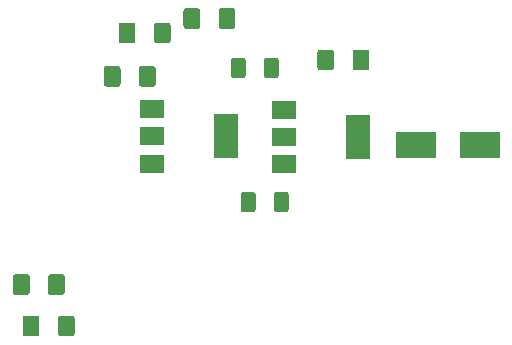
<source format=gbr>
%TF.GenerationSoftware,KiCad,Pcbnew,5.1.5-52549c5~84~ubuntu18.04.1*%
%TF.CreationDate,2020-01-27T10:34:20+01:00*%
%TF.ProjectId,sboxnet-modul,73626f78-6e65-4742-9d6d-6f64756c2e6b,rev?*%
%TF.SameCoordinates,Original*%
%TF.FileFunction,Paste,Bot*%
%TF.FilePolarity,Positive*%
%FSLAX46Y46*%
G04 Gerber Fmt 4.6, Leading zero omitted, Abs format (unit mm)*
G04 Created by KiCad (PCBNEW 5.1.5-52549c5~84~ubuntu18.04.1) date 2020-01-27 10:34:20*
%MOMM*%
%LPD*%
G04 APERTURE LIST*
%ADD10C,0.100000*%
%ADD11R,3.500000X2.300000*%
%ADD12R,2.000000X1.500000*%
%ADD13R,2.000000X3.800000*%
G04 APERTURE END LIST*
D10*
G36*
X122802304Y-75834204D02*
G01*
X122826573Y-75837804D01*
X122850371Y-75843765D01*
X122873471Y-75852030D01*
X122895649Y-75862520D01*
X122916693Y-75875133D01*
X122936398Y-75889747D01*
X122954577Y-75906223D01*
X122971053Y-75924402D01*
X122985667Y-75944107D01*
X122998280Y-75965151D01*
X123008770Y-75987329D01*
X123017035Y-76010429D01*
X123022996Y-76034227D01*
X123026596Y-76058496D01*
X123027800Y-76083000D01*
X123027800Y-77333000D01*
X123026596Y-77357504D01*
X123022996Y-77381773D01*
X123017035Y-77405571D01*
X123008770Y-77428671D01*
X122998280Y-77450849D01*
X122985667Y-77471893D01*
X122971053Y-77491598D01*
X122954577Y-77509777D01*
X122936398Y-77526253D01*
X122916693Y-77540867D01*
X122895649Y-77553480D01*
X122873471Y-77563970D01*
X122850371Y-77572235D01*
X122826573Y-77578196D01*
X122802304Y-77581796D01*
X122777800Y-77583000D01*
X121852800Y-77583000D01*
X121828296Y-77581796D01*
X121804027Y-77578196D01*
X121780229Y-77572235D01*
X121757129Y-77563970D01*
X121734951Y-77553480D01*
X121713907Y-77540867D01*
X121694202Y-77526253D01*
X121676023Y-77509777D01*
X121659547Y-77491598D01*
X121644933Y-77471893D01*
X121632320Y-77450849D01*
X121621830Y-77428671D01*
X121613565Y-77405571D01*
X121607604Y-77381773D01*
X121604004Y-77357504D01*
X121602800Y-77333000D01*
X121602800Y-76083000D01*
X121604004Y-76058496D01*
X121607604Y-76034227D01*
X121613565Y-76010429D01*
X121621830Y-75987329D01*
X121632320Y-75965151D01*
X121644933Y-75944107D01*
X121659547Y-75924402D01*
X121676023Y-75906223D01*
X121694202Y-75889747D01*
X121713907Y-75875133D01*
X121734951Y-75862520D01*
X121757129Y-75852030D01*
X121780229Y-75843765D01*
X121804027Y-75837804D01*
X121828296Y-75834204D01*
X121852800Y-75833000D01*
X122777800Y-75833000D01*
X122802304Y-75834204D01*
G37*
G36*
X119827304Y-75834204D02*
G01*
X119851573Y-75837804D01*
X119875371Y-75843765D01*
X119898471Y-75852030D01*
X119920649Y-75862520D01*
X119941693Y-75875133D01*
X119961398Y-75889747D01*
X119979577Y-75906223D01*
X119996053Y-75924402D01*
X120010667Y-75944107D01*
X120023280Y-75965151D01*
X120033770Y-75987329D01*
X120042035Y-76010429D01*
X120047996Y-76034227D01*
X120051596Y-76058496D01*
X120052800Y-76083000D01*
X120052800Y-77333000D01*
X120051596Y-77357504D01*
X120047996Y-77381773D01*
X120042035Y-77405571D01*
X120033770Y-77428671D01*
X120023280Y-77450849D01*
X120010667Y-77471893D01*
X119996053Y-77491598D01*
X119979577Y-77509777D01*
X119961398Y-77526253D01*
X119941693Y-77540867D01*
X119920649Y-77553480D01*
X119898471Y-77563970D01*
X119875371Y-77572235D01*
X119851573Y-77578196D01*
X119827304Y-77581796D01*
X119802800Y-77583000D01*
X118877800Y-77583000D01*
X118853296Y-77581796D01*
X118829027Y-77578196D01*
X118805229Y-77572235D01*
X118782129Y-77563970D01*
X118759951Y-77553480D01*
X118738907Y-77540867D01*
X118719202Y-77526253D01*
X118701023Y-77509777D01*
X118684547Y-77491598D01*
X118669933Y-77471893D01*
X118657320Y-77450849D01*
X118646830Y-77428671D01*
X118638565Y-77405571D01*
X118632604Y-77381773D01*
X118629004Y-77357504D01*
X118627800Y-77333000D01*
X118627800Y-76083000D01*
X118629004Y-76058496D01*
X118632604Y-76034227D01*
X118638565Y-76010429D01*
X118646830Y-75987329D01*
X118657320Y-75965151D01*
X118669933Y-75944107D01*
X118684547Y-75924402D01*
X118701023Y-75906223D01*
X118719202Y-75889747D01*
X118738907Y-75875133D01*
X118759951Y-75862520D01*
X118782129Y-75852030D01*
X118805229Y-75843765D01*
X118829027Y-75837804D01*
X118853296Y-75834204D01*
X118877800Y-75833000D01*
X119802800Y-75833000D01*
X119827304Y-75834204D01*
G37*
D11*
X150450000Y-82490000D03*
X145050000Y-82490000D03*
D12*
X133857600Y-84113400D03*
X133857600Y-79513400D03*
X133857600Y-81813400D03*
D13*
X140157600Y-81813400D03*
D12*
X122707000Y-84088000D03*
X122707000Y-79488000D03*
X122707000Y-81788000D03*
D13*
X129007000Y-81788000D03*
D10*
G36*
X140898204Y-74437204D02*
G01*
X140922473Y-74440804D01*
X140946271Y-74446765D01*
X140969371Y-74455030D01*
X140991549Y-74465520D01*
X141012593Y-74478133D01*
X141032298Y-74492747D01*
X141050477Y-74509223D01*
X141066953Y-74527402D01*
X141081567Y-74547107D01*
X141094180Y-74568151D01*
X141104670Y-74590329D01*
X141112935Y-74613429D01*
X141118896Y-74637227D01*
X141122496Y-74661496D01*
X141123700Y-74686000D01*
X141123700Y-75936000D01*
X141122496Y-75960504D01*
X141118896Y-75984773D01*
X141112935Y-76008571D01*
X141104670Y-76031671D01*
X141094180Y-76053849D01*
X141081567Y-76074893D01*
X141066953Y-76094598D01*
X141050477Y-76112777D01*
X141032298Y-76129253D01*
X141012593Y-76143867D01*
X140991549Y-76156480D01*
X140969371Y-76166970D01*
X140946271Y-76175235D01*
X140922473Y-76181196D01*
X140898204Y-76184796D01*
X140873700Y-76186000D01*
X139948700Y-76186000D01*
X139924196Y-76184796D01*
X139899927Y-76181196D01*
X139876129Y-76175235D01*
X139853029Y-76166970D01*
X139830851Y-76156480D01*
X139809807Y-76143867D01*
X139790102Y-76129253D01*
X139771923Y-76112777D01*
X139755447Y-76094598D01*
X139740833Y-76074893D01*
X139728220Y-76053849D01*
X139717730Y-76031671D01*
X139709465Y-76008571D01*
X139703504Y-75984773D01*
X139699904Y-75960504D01*
X139698700Y-75936000D01*
X139698700Y-74686000D01*
X139699904Y-74661496D01*
X139703504Y-74637227D01*
X139709465Y-74613429D01*
X139717730Y-74590329D01*
X139728220Y-74568151D01*
X139740833Y-74547107D01*
X139755447Y-74527402D01*
X139771923Y-74509223D01*
X139790102Y-74492747D01*
X139809807Y-74478133D01*
X139830851Y-74465520D01*
X139853029Y-74455030D01*
X139876129Y-74446765D01*
X139899927Y-74440804D01*
X139924196Y-74437204D01*
X139948700Y-74436000D01*
X140873700Y-74436000D01*
X140898204Y-74437204D01*
G37*
G36*
X137923204Y-74437204D02*
G01*
X137947473Y-74440804D01*
X137971271Y-74446765D01*
X137994371Y-74455030D01*
X138016549Y-74465520D01*
X138037593Y-74478133D01*
X138057298Y-74492747D01*
X138075477Y-74509223D01*
X138091953Y-74527402D01*
X138106567Y-74547107D01*
X138119180Y-74568151D01*
X138129670Y-74590329D01*
X138137935Y-74613429D01*
X138143896Y-74637227D01*
X138147496Y-74661496D01*
X138148700Y-74686000D01*
X138148700Y-75936000D01*
X138147496Y-75960504D01*
X138143896Y-75984773D01*
X138137935Y-76008571D01*
X138129670Y-76031671D01*
X138119180Y-76053849D01*
X138106567Y-76074893D01*
X138091953Y-76094598D01*
X138075477Y-76112777D01*
X138057298Y-76129253D01*
X138037593Y-76143867D01*
X138016549Y-76156480D01*
X137994371Y-76166970D01*
X137971271Y-76175235D01*
X137947473Y-76181196D01*
X137923204Y-76184796D01*
X137898700Y-76186000D01*
X136973700Y-76186000D01*
X136949196Y-76184796D01*
X136924927Y-76181196D01*
X136901129Y-76175235D01*
X136878029Y-76166970D01*
X136855851Y-76156480D01*
X136834807Y-76143867D01*
X136815102Y-76129253D01*
X136796923Y-76112777D01*
X136780447Y-76094598D01*
X136765833Y-76074893D01*
X136753220Y-76053849D01*
X136742730Y-76031671D01*
X136734465Y-76008571D01*
X136728504Y-75984773D01*
X136724904Y-75960504D01*
X136723700Y-75936000D01*
X136723700Y-74686000D01*
X136724904Y-74661496D01*
X136728504Y-74637227D01*
X136734465Y-74613429D01*
X136742730Y-74590329D01*
X136753220Y-74568151D01*
X136765833Y-74547107D01*
X136780447Y-74527402D01*
X136796923Y-74509223D01*
X136815102Y-74492747D01*
X136834807Y-74478133D01*
X136855851Y-74465520D01*
X136878029Y-74455030D01*
X136901129Y-74446765D01*
X136924927Y-74440804D01*
X136949196Y-74437204D01*
X136973700Y-74436000D01*
X137898700Y-74436000D01*
X137923204Y-74437204D01*
G37*
G36*
X121086204Y-72151204D02*
G01*
X121110473Y-72154804D01*
X121134271Y-72160765D01*
X121157371Y-72169030D01*
X121179549Y-72179520D01*
X121200593Y-72192133D01*
X121220298Y-72206747D01*
X121238477Y-72223223D01*
X121254953Y-72241402D01*
X121269567Y-72261107D01*
X121282180Y-72282151D01*
X121292670Y-72304329D01*
X121300935Y-72327429D01*
X121306896Y-72351227D01*
X121310496Y-72375496D01*
X121311700Y-72400000D01*
X121311700Y-73650000D01*
X121310496Y-73674504D01*
X121306896Y-73698773D01*
X121300935Y-73722571D01*
X121292670Y-73745671D01*
X121282180Y-73767849D01*
X121269567Y-73788893D01*
X121254953Y-73808598D01*
X121238477Y-73826777D01*
X121220298Y-73843253D01*
X121200593Y-73857867D01*
X121179549Y-73870480D01*
X121157371Y-73880970D01*
X121134271Y-73889235D01*
X121110473Y-73895196D01*
X121086204Y-73898796D01*
X121061700Y-73900000D01*
X120136700Y-73900000D01*
X120112196Y-73898796D01*
X120087927Y-73895196D01*
X120064129Y-73889235D01*
X120041029Y-73880970D01*
X120018851Y-73870480D01*
X119997807Y-73857867D01*
X119978102Y-73843253D01*
X119959923Y-73826777D01*
X119943447Y-73808598D01*
X119928833Y-73788893D01*
X119916220Y-73767849D01*
X119905730Y-73745671D01*
X119897465Y-73722571D01*
X119891504Y-73698773D01*
X119887904Y-73674504D01*
X119886700Y-73650000D01*
X119886700Y-72400000D01*
X119887904Y-72375496D01*
X119891504Y-72351227D01*
X119897465Y-72327429D01*
X119905730Y-72304329D01*
X119916220Y-72282151D01*
X119928833Y-72261107D01*
X119943447Y-72241402D01*
X119959923Y-72223223D01*
X119978102Y-72206747D01*
X119997807Y-72192133D01*
X120018851Y-72179520D01*
X120041029Y-72169030D01*
X120064129Y-72160765D01*
X120087927Y-72154804D01*
X120112196Y-72151204D01*
X120136700Y-72150000D01*
X121061700Y-72150000D01*
X121086204Y-72151204D01*
G37*
G36*
X124061204Y-72151204D02*
G01*
X124085473Y-72154804D01*
X124109271Y-72160765D01*
X124132371Y-72169030D01*
X124154549Y-72179520D01*
X124175593Y-72192133D01*
X124195298Y-72206747D01*
X124213477Y-72223223D01*
X124229953Y-72241402D01*
X124244567Y-72261107D01*
X124257180Y-72282151D01*
X124267670Y-72304329D01*
X124275935Y-72327429D01*
X124281896Y-72351227D01*
X124285496Y-72375496D01*
X124286700Y-72400000D01*
X124286700Y-73650000D01*
X124285496Y-73674504D01*
X124281896Y-73698773D01*
X124275935Y-73722571D01*
X124267670Y-73745671D01*
X124257180Y-73767849D01*
X124244567Y-73788893D01*
X124229953Y-73808598D01*
X124213477Y-73826777D01*
X124195298Y-73843253D01*
X124175593Y-73857867D01*
X124154549Y-73870480D01*
X124132371Y-73880970D01*
X124109271Y-73889235D01*
X124085473Y-73895196D01*
X124061204Y-73898796D01*
X124036700Y-73900000D01*
X123111700Y-73900000D01*
X123087196Y-73898796D01*
X123062927Y-73895196D01*
X123039129Y-73889235D01*
X123016029Y-73880970D01*
X122993851Y-73870480D01*
X122972807Y-73857867D01*
X122953102Y-73843253D01*
X122934923Y-73826777D01*
X122918447Y-73808598D01*
X122903833Y-73788893D01*
X122891220Y-73767849D01*
X122880730Y-73745671D01*
X122872465Y-73722571D01*
X122866504Y-73698773D01*
X122862904Y-73674504D01*
X122861700Y-73650000D01*
X122861700Y-72400000D01*
X122862904Y-72375496D01*
X122866504Y-72351227D01*
X122872465Y-72327429D01*
X122880730Y-72304329D01*
X122891220Y-72282151D01*
X122903833Y-72261107D01*
X122918447Y-72241402D01*
X122934923Y-72223223D01*
X122953102Y-72206747D01*
X122972807Y-72192133D01*
X122993851Y-72179520D01*
X123016029Y-72169030D01*
X123039129Y-72160765D01*
X123062927Y-72154804D01*
X123087196Y-72151204D01*
X123111700Y-72150000D01*
X124036700Y-72150000D01*
X124061204Y-72151204D01*
G37*
G36*
X115931604Y-96954304D02*
G01*
X115955873Y-96957904D01*
X115979671Y-96963865D01*
X116002771Y-96972130D01*
X116024949Y-96982620D01*
X116045993Y-96995233D01*
X116065698Y-97009847D01*
X116083877Y-97026323D01*
X116100353Y-97044502D01*
X116114967Y-97064207D01*
X116127580Y-97085251D01*
X116138070Y-97107429D01*
X116146335Y-97130529D01*
X116152296Y-97154327D01*
X116155896Y-97178596D01*
X116157100Y-97203100D01*
X116157100Y-98453100D01*
X116155896Y-98477604D01*
X116152296Y-98501873D01*
X116146335Y-98525671D01*
X116138070Y-98548771D01*
X116127580Y-98570949D01*
X116114967Y-98591993D01*
X116100353Y-98611698D01*
X116083877Y-98629877D01*
X116065698Y-98646353D01*
X116045993Y-98660967D01*
X116024949Y-98673580D01*
X116002771Y-98684070D01*
X115979671Y-98692335D01*
X115955873Y-98698296D01*
X115931604Y-98701896D01*
X115907100Y-98703100D01*
X114982100Y-98703100D01*
X114957596Y-98701896D01*
X114933327Y-98698296D01*
X114909529Y-98692335D01*
X114886429Y-98684070D01*
X114864251Y-98673580D01*
X114843207Y-98660967D01*
X114823502Y-98646353D01*
X114805323Y-98629877D01*
X114788847Y-98611698D01*
X114774233Y-98591993D01*
X114761620Y-98570949D01*
X114751130Y-98548771D01*
X114742865Y-98525671D01*
X114736904Y-98501873D01*
X114733304Y-98477604D01*
X114732100Y-98453100D01*
X114732100Y-97203100D01*
X114733304Y-97178596D01*
X114736904Y-97154327D01*
X114742865Y-97130529D01*
X114751130Y-97107429D01*
X114761620Y-97085251D01*
X114774233Y-97064207D01*
X114788847Y-97044502D01*
X114805323Y-97026323D01*
X114823502Y-97009847D01*
X114843207Y-96995233D01*
X114864251Y-96982620D01*
X114886429Y-96972130D01*
X114909529Y-96963865D01*
X114933327Y-96957904D01*
X114957596Y-96954304D01*
X114982100Y-96953100D01*
X115907100Y-96953100D01*
X115931604Y-96954304D01*
G37*
G36*
X112956604Y-96954304D02*
G01*
X112980873Y-96957904D01*
X113004671Y-96963865D01*
X113027771Y-96972130D01*
X113049949Y-96982620D01*
X113070993Y-96995233D01*
X113090698Y-97009847D01*
X113108877Y-97026323D01*
X113125353Y-97044502D01*
X113139967Y-97064207D01*
X113152580Y-97085251D01*
X113163070Y-97107429D01*
X113171335Y-97130529D01*
X113177296Y-97154327D01*
X113180896Y-97178596D01*
X113182100Y-97203100D01*
X113182100Y-98453100D01*
X113180896Y-98477604D01*
X113177296Y-98501873D01*
X113171335Y-98525671D01*
X113163070Y-98548771D01*
X113152580Y-98570949D01*
X113139967Y-98591993D01*
X113125353Y-98611698D01*
X113108877Y-98629877D01*
X113090698Y-98646353D01*
X113070993Y-98660967D01*
X113049949Y-98673580D01*
X113027771Y-98684070D01*
X113004671Y-98692335D01*
X112980873Y-98698296D01*
X112956604Y-98701896D01*
X112932100Y-98703100D01*
X112007100Y-98703100D01*
X111982596Y-98701896D01*
X111958327Y-98698296D01*
X111934529Y-98692335D01*
X111911429Y-98684070D01*
X111889251Y-98673580D01*
X111868207Y-98660967D01*
X111848502Y-98646353D01*
X111830323Y-98629877D01*
X111813847Y-98611698D01*
X111799233Y-98591993D01*
X111786620Y-98570949D01*
X111776130Y-98548771D01*
X111767865Y-98525671D01*
X111761904Y-98501873D01*
X111758304Y-98477604D01*
X111757100Y-98453100D01*
X111757100Y-97203100D01*
X111758304Y-97178596D01*
X111761904Y-97154327D01*
X111767865Y-97130529D01*
X111776130Y-97107429D01*
X111786620Y-97085251D01*
X111799233Y-97064207D01*
X111813847Y-97044502D01*
X111830323Y-97026323D01*
X111848502Y-97009847D01*
X111868207Y-96995233D01*
X111889251Y-96982620D01*
X111911429Y-96972130D01*
X111934529Y-96963865D01*
X111958327Y-96957904D01*
X111982596Y-96954304D01*
X112007100Y-96953100D01*
X112932100Y-96953100D01*
X112956604Y-96954304D01*
G37*
G36*
X115106104Y-93461804D02*
G01*
X115130373Y-93465404D01*
X115154171Y-93471365D01*
X115177271Y-93479630D01*
X115199449Y-93490120D01*
X115220493Y-93502733D01*
X115240198Y-93517347D01*
X115258377Y-93533823D01*
X115274853Y-93552002D01*
X115289467Y-93571707D01*
X115302080Y-93592751D01*
X115312570Y-93614929D01*
X115320835Y-93638029D01*
X115326796Y-93661827D01*
X115330396Y-93686096D01*
X115331600Y-93710600D01*
X115331600Y-94960600D01*
X115330396Y-94985104D01*
X115326796Y-95009373D01*
X115320835Y-95033171D01*
X115312570Y-95056271D01*
X115302080Y-95078449D01*
X115289467Y-95099493D01*
X115274853Y-95119198D01*
X115258377Y-95137377D01*
X115240198Y-95153853D01*
X115220493Y-95168467D01*
X115199449Y-95181080D01*
X115177271Y-95191570D01*
X115154171Y-95199835D01*
X115130373Y-95205796D01*
X115106104Y-95209396D01*
X115081600Y-95210600D01*
X114156600Y-95210600D01*
X114132096Y-95209396D01*
X114107827Y-95205796D01*
X114084029Y-95199835D01*
X114060929Y-95191570D01*
X114038751Y-95181080D01*
X114017707Y-95168467D01*
X113998002Y-95153853D01*
X113979823Y-95137377D01*
X113963347Y-95119198D01*
X113948733Y-95099493D01*
X113936120Y-95078449D01*
X113925630Y-95056271D01*
X113917365Y-95033171D01*
X113911404Y-95009373D01*
X113907804Y-94985104D01*
X113906600Y-94960600D01*
X113906600Y-93710600D01*
X113907804Y-93686096D01*
X113911404Y-93661827D01*
X113917365Y-93638029D01*
X113925630Y-93614929D01*
X113936120Y-93592751D01*
X113948733Y-93571707D01*
X113963347Y-93552002D01*
X113979823Y-93533823D01*
X113998002Y-93517347D01*
X114017707Y-93502733D01*
X114038751Y-93490120D01*
X114060929Y-93479630D01*
X114084029Y-93471365D01*
X114107827Y-93465404D01*
X114132096Y-93461804D01*
X114156600Y-93460600D01*
X115081600Y-93460600D01*
X115106104Y-93461804D01*
G37*
G36*
X112131104Y-93461804D02*
G01*
X112155373Y-93465404D01*
X112179171Y-93471365D01*
X112202271Y-93479630D01*
X112224449Y-93490120D01*
X112245493Y-93502733D01*
X112265198Y-93517347D01*
X112283377Y-93533823D01*
X112299853Y-93552002D01*
X112314467Y-93571707D01*
X112327080Y-93592751D01*
X112337570Y-93614929D01*
X112345835Y-93638029D01*
X112351796Y-93661827D01*
X112355396Y-93686096D01*
X112356600Y-93710600D01*
X112356600Y-94960600D01*
X112355396Y-94985104D01*
X112351796Y-95009373D01*
X112345835Y-95033171D01*
X112337570Y-95056271D01*
X112327080Y-95078449D01*
X112314467Y-95099493D01*
X112299853Y-95119198D01*
X112283377Y-95137377D01*
X112265198Y-95153853D01*
X112245493Y-95168467D01*
X112224449Y-95181080D01*
X112202271Y-95191570D01*
X112179171Y-95199835D01*
X112155373Y-95205796D01*
X112131104Y-95209396D01*
X112106600Y-95210600D01*
X111181600Y-95210600D01*
X111157096Y-95209396D01*
X111132827Y-95205796D01*
X111109029Y-95199835D01*
X111085929Y-95191570D01*
X111063751Y-95181080D01*
X111042707Y-95168467D01*
X111023002Y-95153853D01*
X111004823Y-95137377D01*
X110988347Y-95119198D01*
X110973733Y-95099493D01*
X110961120Y-95078449D01*
X110950630Y-95056271D01*
X110942365Y-95033171D01*
X110936404Y-95009373D01*
X110932804Y-94985104D01*
X110931600Y-94960600D01*
X110931600Y-93710600D01*
X110932804Y-93686096D01*
X110936404Y-93661827D01*
X110942365Y-93638029D01*
X110950630Y-93614929D01*
X110961120Y-93592751D01*
X110973733Y-93571707D01*
X110988347Y-93552002D01*
X111004823Y-93533823D01*
X111023002Y-93517347D01*
X111042707Y-93502733D01*
X111063751Y-93490120D01*
X111085929Y-93479630D01*
X111109029Y-93471365D01*
X111132827Y-93465404D01*
X111157096Y-93461804D01*
X111181600Y-93460600D01*
X112106600Y-93460600D01*
X112131104Y-93461804D01*
G37*
G36*
X130419104Y-75123004D02*
G01*
X130443373Y-75126604D01*
X130467171Y-75132565D01*
X130490271Y-75140830D01*
X130512449Y-75151320D01*
X130533493Y-75163933D01*
X130553198Y-75178547D01*
X130571377Y-75195023D01*
X130587853Y-75213202D01*
X130602467Y-75232907D01*
X130615080Y-75253951D01*
X130625570Y-75276129D01*
X130633835Y-75299229D01*
X130639796Y-75323027D01*
X130643396Y-75347296D01*
X130644600Y-75371800D01*
X130644600Y-76621800D01*
X130643396Y-76646304D01*
X130639796Y-76670573D01*
X130633835Y-76694371D01*
X130625570Y-76717471D01*
X130615080Y-76739649D01*
X130602467Y-76760693D01*
X130587853Y-76780398D01*
X130571377Y-76798577D01*
X130553198Y-76815053D01*
X130533493Y-76829667D01*
X130512449Y-76842280D01*
X130490271Y-76852770D01*
X130467171Y-76861035D01*
X130443373Y-76866996D01*
X130419104Y-76870596D01*
X130394600Y-76871800D01*
X129644600Y-76871800D01*
X129620096Y-76870596D01*
X129595827Y-76866996D01*
X129572029Y-76861035D01*
X129548929Y-76852770D01*
X129526751Y-76842280D01*
X129505707Y-76829667D01*
X129486002Y-76815053D01*
X129467823Y-76798577D01*
X129451347Y-76780398D01*
X129436733Y-76760693D01*
X129424120Y-76739649D01*
X129413630Y-76717471D01*
X129405365Y-76694371D01*
X129399404Y-76670573D01*
X129395804Y-76646304D01*
X129394600Y-76621800D01*
X129394600Y-75371800D01*
X129395804Y-75347296D01*
X129399404Y-75323027D01*
X129405365Y-75299229D01*
X129413630Y-75276129D01*
X129424120Y-75253951D01*
X129436733Y-75232907D01*
X129451347Y-75213202D01*
X129467823Y-75195023D01*
X129486002Y-75178547D01*
X129505707Y-75163933D01*
X129526751Y-75151320D01*
X129548929Y-75140830D01*
X129572029Y-75132565D01*
X129595827Y-75126604D01*
X129620096Y-75123004D01*
X129644600Y-75121800D01*
X130394600Y-75121800D01*
X130419104Y-75123004D01*
G37*
G36*
X133219104Y-75123004D02*
G01*
X133243373Y-75126604D01*
X133267171Y-75132565D01*
X133290271Y-75140830D01*
X133312449Y-75151320D01*
X133333493Y-75163933D01*
X133353198Y-75178547D01*
X133371377Y-75195023D01*
X133387853Y-75213202D01*
X133402467Y-75232907D01*
X133415080Y-75253951D01*
X133425570Y-75276129D01*
X133433835Y-75299229D01*
X133439796Y-75323027D01*
X133443396Y-75347296D01*
X133444600Y-75371800D01*
X133444600Y-76621800D01*
X133443396Y-76646304D01*
X133439796Y-76670573D01*
X133433835Y-76694371D01*
X133425570Y-76717471D01*
X133415080Y-76739649D01*
X133402467Y-76760693D01*
X133387853Y-76780398D01*
X133371377Y-76798577D01*
X133353198Y-76815053D01*
X133333493Y-76829667D01*
X133312449Y-76842280D01*
X133290271Y-76852770D01*
X133267171Y-76861035D01*
X133243373Y-76866996D01*
X133219104Y-76870596D01*
X133194600Y-76871800D01*
X132444600Y-76871800D01*
X132420096Y-76870596D01*
X132395827Y-76866996D01*
X132372029Y-76861035D01*
X132348929Y-76852770D01*
X132326751Y-76842280D01*
X132305707Y-76829667D01*
X132286002Y-76815053D01*
X132267823Y-76798577D01*
X132251347Y-76780398D01*
X132236733Y-76760693D01*
X132224120Y-76739649D01*
X132213630Y-76717471D01*
X132205365Y-76694371D01*
X132199404Y-76670573D01*
X132195804Y-76646304D01*
X132194600Y-76621800D01*
X132194600Y-75371800D01*
X132195804Y-75347296D01*
X132199404Y-75323027D01*
X132205365Y-75299229D01*
X132213630Y-75276129D01*
X132224120Y-75253951D01*
X132236733Y-75232907D01*
X132251347Y-75213202D01*
X132267823Y-75195023D01*
X132286002Y-75178547D01*
X132305707Y-75163933D01*
X132326751Y-75151320D01*
X132348929Y-75140830D01*
X132372029Y-75132565D01*
X132395827Y-75126604D01*
X132420096Y-75123004D01*
X132444600Y-75121800D01*
X133194600Y-75121800D01*
X133219104Y-75123004D01*
G37*
G36*
X129557104Y-70932004D02*
G01*
X129581373Y-70935604D01*
X129605171Y-70941565D01*
X129628271Y-70949830D01*
X129650449Y-70960320D01*
X129671493Y-70972933D01*
X129691198Y-70987547D01*
X129709377Y-71004023D01*
X129725853Y-71022202D01*
X129740467Y-71041907D01*
X129753080Y-71062951D01*
X129763570Y-71085129D01*
X129771835Y-71108229D01*
X129777796Y-71132027D01*
X129781396Y-71156296D01*
X129782600Y-71180800D01*
X129782600Y-72430800D01*
X129781396Y-72455304D01*
X129777796Y-72479573D01*
X129771835Y-72503371D01*
X129763570Y-72526471D01*
X129753080Y-72548649D01*
X129740467Y-72569693D01*
X129725853Y-72589398D01*
X129709377Y-72607577D01*
X129691198Y-72624053D01*
X129671493Y-72638667D01*
X129650449Y-72651280D01*
X129628271Y-72661770D01*
X129605171Y-72670035D01*
X129581373Y-72675996D01*
X129557104Y-72679596D01*
X129532600Y-72680800D01*
X128607600Y-72680800D01*
X128583096Y-72679596D01*
X128558827Y-72675996D01*
X128535029Y-72670035D01*
X128511929Y-72661770D01*
X128489751Y-72651280D01*
X128468707Y-72638667D01*
X128449002Y-72624053D01*
X128430823Y-72607577D01*
X128414347Y-72589398D01*
X128399733Y-72569693D01*
X128387120Y-72548649D01*
X128376630Y-72526471D01*
X128368365Y-72503371D01*
X128362404Y-72479573D01*
X128358804Y-72455304D01*
X128357600Y-72430800D01*
X128357600Y-71180800D01*
X128358804Y-71156296D01*
X128362404Y-71132027D01*
X128368365Y-71108229D01*
X128376630Y-71085129D01*
X128387120Y-71062951D01*
X128399733Y-71041907D01*
X128414347Y-71022202D01*
X128430823Y-71004023D01*
X128449002Y-70987547D01*
X128468707Y-70972933D01*
X128489751Y-70960320D01*
X128511929Y-70949830D01*
X128535029Y-70941565D01*
X128558827Y-70935604D01*
X128583096Y-70932004D01*
X128607600Y-70930800D01*
X129532600Y-70930800D01*
X129557104Y-70932004D01*
G37*
G36*
X126582104Y-70932004D02*
G01*
X126606373Y-70935604D01*
X126630171Y-70941565D01*
X126653271Y-70949830D01*
X126675449Y-70960320D01*
X126696493Y-70972933D01*
X126716198Y-70987547D01*
X126734377Y-71004023D01*
X126750853Y-71022202D01*
X126765467Y-71041907D01*
X126778080Y-71062951D01*
X126788570Y-71085129D01*
X126796835Y-71108229D01*
X126802796Y-71132027D01*
X126806396Y-71156296D01*
X126807600Y-71180800D01*
X126807600Y-72430800D01*
X126806396Y-72455304D01*
X126802796Y-72479573D01*
X126796835Y-72503371D01*
X126788570Y-72526471D01*
X126778080Y-72548649D01*
X126765467Y-72569693D01*
X126750853Y-72589398D01*
X126734377Y-72607577D01*
X126716198Y-72624053D01*
X126696493Y-72638667D01*
X126675449Y-72651280D01*
X126653271Y-72661770D01*
X126630171Y-72670035D01*
X126606373Y-72675996D01*
X126582104Y-72679596D01*
X126557600Y-72680800D01*
X125632600Y-72680800D01*
X125608096Y-72679596D01*
X125583827Y-72675996D01*
X125560029Y-72670035D01*
X125536929Y-72661770D01*
X125514751Y-72651280D01*
X125493707Y-72638667D01*
X125474002Y-72624053D01*
X125455823Y-72607577D01*
X125439347Y-72589398D01*
X125424733Y-72569693D01*
X125412120Y-72548649D01*
X125401630Y-72526471D01*
X125393365Y-72503371D01*
X125387404Y-72479573D01*
X125383804Y-72455304D01*
X125382600Y-72430800D01*
X125382600Y-71180800D01*
X125383804Y-71156296D01*
X125387404Y-71132027D01*
X125393365Y-71108229D01*
X125401630Y-71085129D01*
X125412120Y-71062951D01*
X125424733Y-71041907D01*
X125439347Y-71022202D01*
X125455823Y-71004023D01*
X125474002Y-70987547D01*
X125493707Y-70972933D01*
X125514751Y-70960320D01*
X125536929Y-70949830D01*
X125560029Y-70941565D01*
X125583827Y-70935604D01*
X125608096Y-70932004D01*
X125632600Y-70930800D01*
X126557600Y-70930800D01*
X126582104Y-70932004D01*
G37*
G36*
X134057304Y-86476804D02*
G01*
X134081573Y-86480404D01*
X134105371Y-86486365D01*
X134128471Y-86494630D01*
X134150649Y-86505120D01*
X134171693Y-86517733D01*
X134191398Y-86532347D01*
X134209577Y-86548823D01*
X134226053Y-86567002D01*
X134240667Y-86586707D01*
X134253280Y-86607751D01*
X134263770Y-86629929D01*
X134272035Y-86653029D01*
X134277996Y-86676827D01*
X134281596Y-86701096D01*
X134282800Y-86725600D01*
X134282800Y-87975600D01*
X134281596Y-88000104D01*
X134277996Y-88024373D01*
X134272035Y-88048171D01*
X134263770Y-88071271D01*
X134253280Y-88093449D01*
X134240667Y-88114493D01*
X134226053Y-88134198D01*
X134209577Y-88152377D01*
X134191398Y-88168853D01*
X134171693Y-88183467D01*
X134150649Y-88196080D01*
X134128471Y-88206570D01*
X134105371Y-88214835D01*
X134081573Y-88220796D01*
X134057304Y-88224396D01*
X134032800Y-88225600D01*
X133282800Y-88225600D01*
X133258296Y-88224396D01*
X133234027Y-88220796D01*
X133210229Y-88214835D01*
X133187129Y-88206570D01*
X133164951Y-88196080D01*
X133143907Y-88183467D01*
X133124202Y-88168853D01*
X133106023Y-88152377D01*
X133089547Y-88134198D01*
X133074933Y-88114493D01*
X133062320Y-88093449D01*
X133051830Y-88071271D01*
X133043565Y-88048171D01*
X133037604Y-88024373D01*
X133034004Y-88000104D01*
X133032800Y-87975600D01*
X133032800Y-86725600D01*
X133034004Y-86701096D01*
X133037604Y-86676827D01*
X133043565Y-86653029D01*
X133051830Y-86629929D01*
X133062320Y-86607751D01*
X133074933Y-86586707D01*
X133089547Y-86567002D01*
X133106023Y-86548823D01*
X133124202Y-86532347D01*
X133143907Y-86517733D01*
X133164951Y-86505120D01*
X133187129Y-86494630D01*
X133210229Y-86486365D01*
X133234027Y-86480404D01*
X133258296Y-86476804D01*
X133282800Y-86475600D01*
X134032800Y-86475600D01*
X134057304Y-86476804D01*
G37*
G36*
X131257304Y-86476804D02*
G01*
X131281573Y-86480404D01*
X131305371Y-86486365D01*
X131328471Y-86494630D01*
X131350649Y-86505120D01*
X131371693Y-86517733D01*
X131391398Y-86532347D01*
X131409577Y-86548823D01*
X131426053Y-86567002D01*
X131440667Y-86586707D01*
X131453280Y-86607751D01*
X131463770Y-86629929D01*
X131472035Y-86653029D01*
X131477996Y-86676827D01*
X131481596Y-86701096D01*
X131482800Y-86725600D01*
X131482800Y-87975600D01*
X131481596Y-88000104D01*
X131477996Y-88024373D01*
X131472035Y-88048171D01*
X131463770Y-88071271D01*
X131453280Y-88093449D01*
X131440667Y-88114493D01*
X131426053Y-88134198D01*
X131409577Y-88152377D01*
X131391398Y-88168853D01*
X131371693Y-88183467D01*
X131350649Y-88196080D01*
X131328471Y-88206570D01*
X131305371Y-88214835D01*
X131281573Y-88220796D01*
X131257304Y-88224396D01*
X131232800Y-88225600D01*
X130482800Y-88225600D01*
X130458296Y-88224396D01*
X130434027Y-88220796D01*
X130410229Y-88214835D01*
X130387129Y-88206570D01*
X130364951Y-88196080D01*
X130343907Y-88183467D01*
X130324202Y-88168853D01*
X130306023Y-88152377D01*
X130289547Y-88134198D01*
X130274933Y-88114493D01*
X130262320Y-88093449D01*
X130251830Y-88071271D01*
X130243565Y-88048171D01*
X130237604Y-88024373D01*
X130234004Y-88000104D01*
X130232800Y-87975600D01*
X130232800Y-86725600D01*
X130234004Y-86701096D01*
X130237604Y-86676827D01*
X130243565Y-86653029D01*
X130251830Y-86629929D01*
X130262320Y-86607751D01*
X130274933Y-86586707D01*
X130289547Y-86567002D01*
X130306023Y-86548823D01*
X130324202Y-86532347D01*
X130343907Y-86517733D01*
X130364951Y-86505120D01*
X130387129Y-86494630D01*
X130410229Y-86486365D01*
X130434027Y-86480404D01*
X130458296Y-86476804D01*
X130482800Y-86475600D01*
X131232800Y-86475600D01*
X131257304Y-86476804D01*
G37*
M02*

</source>
